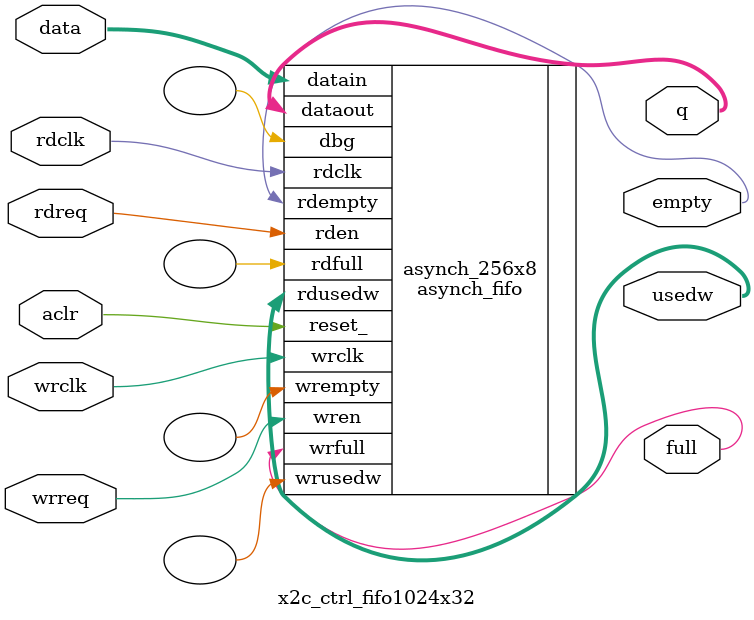
<source format=v>

`timescale 1ns/1ps
// synopsys translate_on

module x2c_ctrl_fifo1024x32

(
			aclr,
			 
			//=== Signals for WRITE
			wrclk,      // Clk for writing data                              
			wrreq,      // request to write 
			data,     	// Data coming in                                                                    
			full,       // indicates fifo is full or not (To avoid overiding)
		                                                                                                        
			//=== Signals for READ
			rdclk,		//rd clock
			rdreq,      // Request to read from FIFO                           
			q, 	    	// Data coming out                                     
			empty,  	// indicates fifo is empty or not (to avoid underflow)  
			usedw       // number of slots currently in use for reading

);
	parameter WIDTH = 32,
			  DEPTH = 1024,
			  PTR	= 10;
			  
			  
			input wire aclr;
			
			//=== Signals for WRITE
			input  wire 				wrclk;      // Clk for writing data                              
			input  wire 				wrreq;      // request to write 
			input  wire [WIDTH-1 : 0]	data;     	// Data coming in                                                                    
			output wire					full;       // indicates fifo is full or not (To avoid overiding)
		                                                                                                        
			//=== Signals for READ
			input  wire 				rdclk;      // Clk for read data                              
			input  wire 				rdreq;      // Request to read from FIFO                           
			output wire [WIDTH-1 : 0]	q; 	    	// Data coming out                                     
			output wire 				empty;  	// indicates fifo is empty or not (to avoid underflow)  
			output wire [PTR  : 0] 		usedw;  	// number of slots currently in use for reading


asynch_fifo	#(.WIDTH (WIDTH),		  		// Making 1024x32 fifo
					  	  .DEPTH (DEPTH),
					 	  .PTR	 (PTR) )	// 2**10 = 1024 (DEPTH)
 											
	asynch_256x8		  (
			.reset_		(aclr),
			
			//=== Signals for WRITE
			.wrclk		(wrclk),			// Clk to write data
			.wren		(wrreq),	   		// write enable
			.datain		(data),				// write data
			.wrfull		(full),				// indicates fifo is full or not (To avoid overiding)
			.wrempty	(),					// indicates fifo is empty or not (to avoid underflow)
			.wrusedw	(),					// wrusedw -number of locations filled in fifo


			//=== Signals for READ
			.rdclk		(rdclk),			// i-1, Clk to read data
			.rden		(rdreq),			// i-1, read enable of data FIFO
			.dataout	(q),				// Dataout of data FIFO
			.rdfull		(),					// indicates fifo is full or not (To avoid overiding) (Not used)
			.rdempty	(empty),			// indicates fifo is empty or not (to avoid underflow)
			.rdusedw	(usedw),			// rdusedw -number of locations filled in fifo (not used )

			//=== Signals for TEST
			.dbg		()

		 );
endmodule
</source>
